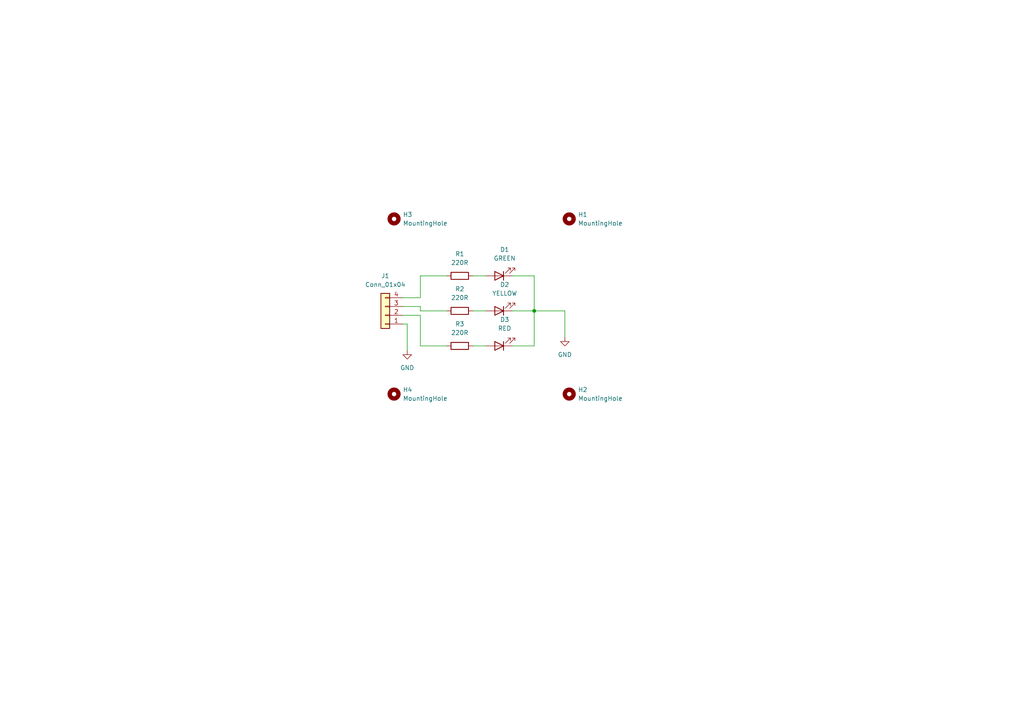
<source format=kicad_sch>
(kicad_sch (version 20231120) (generator "eeschema") (generator_version "8.0")
  (paper "A4")
  (title_block (title "Traffic Light For Arduino") (date "2024-12-18") (rev "V01") (comment 3 "License CC BY 4.0") (comment 4 "Author: PUTSHU LUNGHE"))
  (lib_symbols
    (symbol "Connector_Generic:Conn_01x04" (pin_names (offset 1.016) hide)
      (property "Reference" "J" (at 0 5.08 0))
      (property "Value" "Conn_01x04" (at 0 -7.62 0))
      (symbol "Conn_01x04_1_1"
        (rectangle (start -1.27 -4.953) (end 0 -5.207) (stroke (width 0.1524)))
        (rectangle (start -1.27 -2.413) (end 0 -2.667) (stroke (width 0.1524)))
        (rectangle (start -1.27 0.127) (end 0 -0.127) (stroke (width 0.1524)))
        (rectangle (start -1.27 2.667) (end 0 2.413) (stroke (width 0.1524)))
        (rectangle (start -1.27 3.81) (end 1.27 -6.35) (stroke (width 0.254)) (fill (type background)))
        (pin passive line (at -5.08 2.54 0) (length 3.81) (name "Pin_1") (number "1"))
        (pin passive line (at -5.08 0 0) (length 3.81) (name "Pin_2") (number "2"))
        (pin passive line (at -5.08 -2.54 0) (length 3.81) (name "Pin_3") (number "3"))
        (pin passive line (at -5.08 -5.08 0) (length 3.81) (name "Pin_4") (number "4"))
      )
    )
    (symbol "Device:LED" (pin_numbers hide) (pin_names (offset 1.016) hide)
      (property "Reference" "D" (at 0 2.54 0))
      (property "Value" "LED" (at 0 -2.54 0))
      (symbol "LED_0_1"
        (polyline (pts (xy -1.27 -1.27) (xy -1.27 1.27)) (stroke (width 0.254)))
        (polyline (pts (xy -1.27 0) (xy 1.27 0)))
        (polyline (pts (xy 1.27 -1.27) (xy 1.27 1.27) (xy -1.27 0) (xy 1.27 -1.27)) (stroke (width 0.254)))
        (polyline (pts (xy -3.048 -0.762) (xy -4.572 -2.286) (xy -3.81 -2.286) (xy -4.572 -2.286) (xy -4.572 -1.524)))
        (polyline (pts (xy -1.778 -0.762) (xy -3.302 -2.286) (xy -2.54 -2.286) (xy -3.302 -2.286) (xy -3.302 -1.524)))
      )
      (symbol "LED_1_1"
        (pin passive line (at -3.81 0 0) (length 2.54) (name "K") (number "1"))
        (pin passive line (at 3.81 0 180) (length 2.54) (name "A") (number "2"))
      )
    )
    (symbol "Device:R" (pin_numbers hide) (pin_names (offset 0))
      (property "Reference" "R" (at 2.032 0 90))
      (property "Value" "R" (at 0 0 90))
      (symbol "R_0_1"
        (rectangle (start -1.016 -2.54) (end 1.016 2.54) (stroke (width 0.254)))
      )
      (symbol "R_1_1"
        (pin passive line (at 0 3.81 270) (length 1.27) (name "~") (number "1"))
        (pin passive line (at 0 -3.81 90) (length 1.27) (name "~") (number "2"))
      )
    )
    (symbol "Mechanical:MountingHole" (pin_names (offset 1.016)) (exclude_from_sim yes) (in_bom no)
      (property "Reference" "H" (at 0 5.08 0))
      (property "Value" "MountingHole" (at 0 3.175 0))
      (symbol "MountingHole_0_1"
        (circle (center 0 0) (radius 1.27) (stroke (width 1.27)))
      )
    )
    (symbol "power:GND" (power) (pin_numbers hide) (pin_names (offset 0) hide)
      (property "Value" "GND" (at 0 -3.81 0))
      (symbol "GND_0_1"
        (polyline (pts (xy 0 0) (xy 0 -1.27) (xy 1.27 -1.27) (xy 0 -2.54) (xy -1.27 -1.27) (xy 0 -1.27)))
      )
      (symbol "GND_1_1"
        (pin power_in line (at 0 0 270) (length 0) (name "~") (number "1"))
      )
    )
  )
  (junction (at 154.94 90.17))
  (wire (pts (xy 137.16 100.33) (xy 140.97 100.33)))
  (wire (pts (xy 154.94 100.33) (xy 148.59 100.33)))
  (wire (pts (xy 121.92 86.36) (xy 121.92 80.01)))
  (wire (pts (xy 148.59 80.01) (xy 154.94 80.01)))
  (wire (pts (xy 121.92 100.33) (xy 129.54 100.33)))
  (wire (pts (xy 116.84 93.98) (xy 118.11 93.98)))
  (wire (pts (xy 121.92 88.9) (xy 121.92 90.17)))
  (wire (pts (xy 121.92 80.01) (xy 129.54 80.01)))
  (wire (pts (xy 116.84 86.36) (xy 121.92 86.36)))
  (wire (pts (xy 121.92 91.44) (xy 121.92 100.33)))
  (wire (pts (xy 154.94 90.17) (xy 154.94 100.33)))
  (wire (pts (xy 118.11 93.98) (xy 118.11 101.6)))
  (wire (pts (xy 163.83 97.79) (xy 163.83 90.17)))
  (wire (pts (xy 116.84 91.44) (xy 121.92 91.44)))
  (wire (pts (xy 116.84 88.9) (xy 121.92 88.9)))
  (wire (pts (xy 148.59 90.17) (xy 154.94 90.17)))
  (wire (pts (xy 163.83 90.17) (xy 154.94 90.17)))
  (wire (pts (xy 154.94 80.01) (xy 154.94 90.17)))
  (wire (pts (xy 121.92 90.17) (xy 129.54 90.17)))
  (wire (pts (xy 137.16 90.17) (xy 140.97 90.17)))
  (wire (pts (xy 137.16 80.01) (xy 140.97 80.01)))
  (symbol (lib_id "power:GND") (at 118.11 101.6 0) (unit 1)
    (property "Reference" "#PWR02" (effects (hide yes)))
    (property "Value" "GND" (at 118.11 106.68 0))
    (property "Description" "Power symbol creates a global label with name \"GND\" , ground" (effects (hide yes)))
  )
  (symbol (lib_id "Device:R") (at 133.35 100.33 90) (unit 1)
    (property "Reference" "R3" (at 133.35 93.98 90))
    (property "Value" "220R" (at 133.35 96.52 90))
    (property "Footprint" "Resistor_THT:R_Axial_DIN0204_L3.6mm_D1.6mm_P5.08mm_Horizontal" (effects (hide yes)))
    (property "Description" "Resistor" (effects (hide yes)))
  )
  (symbol (lib_id "Connector_Generic:Conn_01x04") (at 111.76 91.44 180) (unit 1)
    (property "Reference" "J1" (at 111.76 80.01 0))
    (property "Value" "Conn_01x04" (at 111.76 82.55 0))
    (property "Footprint" "Connector_PinHeader_2.54mm:PinHeader_1x04_P2.54mm_Horizontal" (effects (hide yes)))
    (property "Description" "Generic connector, single row, 01x04, script generated (kicad-library-utils/schlib/autogen/connector/)" (effects (hide yes)))
  )
  (symbol (lib_id "Device:R") (at 133.35 80.01 90) (unit 1)
    (property "Reference" "R1" (at 133.35 73.66 90))
    (property "Value" "220R" (at 133.35 76.2 90))
    (property "Footprint" "Resistor_THT:R_Axial_DIN0204_L3.6mm_D1.6mm_P5.08mm_Horizontal" (effects (hide yes)))
    (property "Description" "Resistor" (effects (hide yes)))
  )
  (symbol (lib_id "Device:R") (at 133.35 90.17 90) (unit 1)
    (property "Reference" "R2" (at 133.35 83.82 90))
    (property "Value" "220R" (at 133.35 86.36 90))
    (property "Footprint" "Resistor_THT:R_Axial_DIN0204_L3.6mm_D1.6mm_P5.08mm_Horizontal" (effects (hide yes)))
    (property "Description" "Resistor" (effects (hide yes)))
  )
  (symbol (lib_id "power:GND") (at 163.83 97.79 0) (unit 1)
    (property "Reference" "#PWR01" (effects (hide yes)))
    (property "Value" "GND" (at 163.83 102.87 0))
    (property "Description" "Power symbol creates a global label with name \"GND\" , ground" (effects (hide yes)))
  )
  (symbol (lib_id "Mechanical:MountingHole") (at 165.1 63.5 0) (unit 1) (exclude_from_sim yes) (in_bom no)
    (property "Reference" "H1" (at 167.64 62.2299 0) (effects (justify left)))
    (property "Value" "MountingHole" (at 167.64 64.7699 0) (effects (justify left)))
    (property "Footprint" "MountingHole:MountingHole_2.5mm_Pad" (effects (hide yes)))
    (property "Description" "Mounting Hole without connection" (effects (hide yes)))
  )
  (symbol (lib_id "Device:LED") (at 144.78 80.01 180) (unit 1)
    (property "Reference" "D1" (at 146.3675 72.39 0))
    (property "Value" "GREEN" (at 146.3675 74.93 0))
    (property "Footprint" "LED_THT:LED_D3.0mm" (effects (hide yes)))
    (property "Description" "Light emitting diode" (effects (hide yes)))
  )
  (symbol (lib_id "Mechanical:MountingHole") (at 114.3 114.3 0) (unit 1) (exclude_from_sim yes) (in_bom no)
    (property "Reference" "H4" (at 116.84 113.0299 0) (effects (justify left)))
    (property "Value" "MountingHole" (at 116.84 115.5699 0) (effects (justify left)))
    (property "Footprint" "MountingHole:MountingHole_2.5mm_Pad" (effects (hide yes)))
    (property "Description" "Mounting Hole without connection" (effects (hide yes)))
  )
  (symbol (lib_id "Mechanical:MountingHole") (at 165.1 114.3 0) (unit 1) (exclude_from_sim yes) (in_bom no)
    (property "Reference" "H2" (at 167.64 113.0299 0) (effects (justify left)))
    (property "Value" "MountingHole" (at 167.64 115.5699 0) (effects (justify left)))
    (property "Footprint" "MountingHole:MountingHole_2.5mm_Pad" (effects (hide yes)))
    (property "Description" "Mounting Hole without connection" (effects (hide yes)))
  )
  (symbol (lib_id "Device:LED") (at 144.78 90.17 180) (unit 1)
    (property "Reference" "D2" (at 146.3675 82.55 0))
    (property "Value" "YELLOW" (at 146.3675 85.09 0))
    (property "Footprint" "LED_THT:LED_D3.0mm" (effects (hide yes)))
    (property "Description" "Light emitting diode" (effects (hide yes)))
  )
  (symbol (lib_id "Device:LED") (at 144.78 100.33 180) (unit 1)
    (property "Reference" "D3" (at 146.3675 92.71 0))
    (property "Value" "RED" (at 146.3675 95.25 0))
    (property "Footprint" "LED_THT:LED_D3.0mm" (effects (hide yes)))
    (property "Description" "Light emitting diode" (effects (hide yes)))
  )
  (symbol (lib_id "Mechanical:MountingHole") (at 114.3 63.5 0) (unit 1) (exclude_from_sim yes) (in_bom no)
    (property "Reference" "H3" (at 116.84 62.2299 0) (effects (justify left)))
    (property "Value" "MountingHole" (at 116.84 64.7699 0) (effects (justify left)))
    (property "Footprint" "MountingHole:MountingHole_2.5mm_Pad" (effects (hide yes)))
    (property "Description" "Mounting Hole without connection" (effects (hide yes)))
  )
)
</source>
